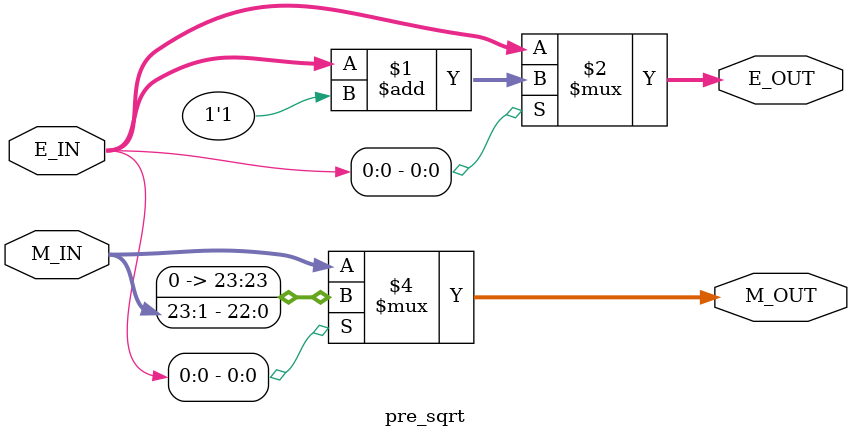
<source format=v>
module pre_sqrt
(
    input   [7:0]       E_IN,
    input   [23:0]      M_IN,
    output  [7:0]       E_OUT,
    output  [23:0]      M_OUT
);

assign E_OUT = (E_IN[0])? (E_IN + 1'b1) : E_IN;

// assign S_out[30:23] = IN[30:23];

assign M_OUT = (E_IN[0])? (M_IN >> 1'b1) : M_IN ;

// assign S_out[22:0]  = IN[22:0];

endmodule //pre_sqrt



</source>
